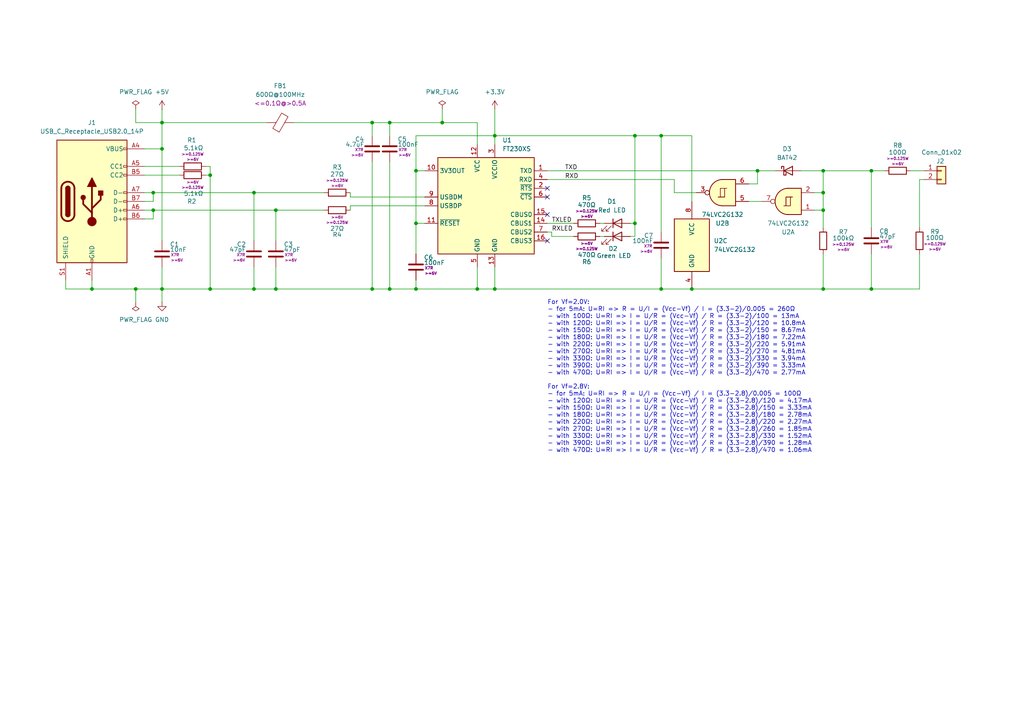
<source format=kicad_sch>
(kicad_sch (version 20231120) (generator "eeschema") (generator_version "8.0")
  (paper "A4")
  (lib_symbols
    (symbol "74LVC2G132_1" (pin_names (offset 1.016))
      (property "Reference" "U" (at 0 1.27 0))
      (property "Value" "74LVC2G132" (at 0 -1.27 0))
      (symbol "74LVC2G132_1_1_0"
        (polyline (pts (xy -0.635 -1.27) (xy -0.635 1.27) (xy 0.635 1.27)))
        (polyline (pts (xy -0.635 -1.27) (xy -0.635 1.27) (xy 0.635 1.27)))
        (polyline (pts (xy -1.27 -1.27) (xy 0.635 -1.27) (xy 0.635 1.27) (xy 1.27 1.27)))
        (polyline (pts (xy -1.27 -1.27) (xy 0.635 -1.27) (xy 0.635 1.27) (xy 1.27 1.27)))
      )
      (symbol "74LVC2G132_1_1_1"
        (arc (start 0 -3.81) (mid 3.7934 0) (end 0 3.81) (stroke (width 0.254)) (fill (type background)))
        (polyline (pts (xy 0 3.81) (xy -3.81 3.81) (xy -3.81 -3.81) (xy 0 -3.81)) (stroke (width 0.254)) (fill (type background)))
        (pin input line (at -7.62 2.54 0) (length 3.81) (name "~") (number "1"))
        (pin input line (at -7.62 -2.54 0) (length 3.81) (name "~") (number "2"))
        (pin output inverted (at 7.62 0 180) (length 3.81) (name "~") (number "7"))
      )
      (symbol "74LVC2G132_1_2_0"
        (polyline (pts (xy -0.635 -1.27) (xy -0.635 1.27) (xy 0.635 1.27)))
        (polyline (pts (xy -0.635 -1.27) (xy -0.635 1.27) (xy 0.635 1.27)))
        (polyline (pts (xy -1.27 -1.27) (xy 0.635 -1.27) (xy 0.635 1.27) (xy 1.27 1.27)))
        (polyline (pts (xy -1.27 -1.27) (xy 0.635 -1.27) (xy 0.635 1.27) (xy 1.27 1.27)))
      )
      (symbol "74LVC2G132_1_2_1"
        (arc (start 0 -3.81) (mid 3.7934 0) (end 0 3.81) (stroke (width 0.254)) (fill (type background)))
        (polyline (pts (xy 0 3.81) (xy -3.81 3.81) (xy -3.81 -3.81) (xy 0 -3.81)) (stroke (width 0.254)) (fill (type background)))
        (pin output inverted (at 7.62 0 180) (length 3.81) (name "~") (number "3"))
        (pin input line (at -7.62 2.54 0) (length 3.81) (name "~") (number "5"))
        (pin input line (at -7.62 -2.54 0) (length 3.81) (name "~") (number "6"))
      )
      (symbol "74LVC2G132_1_3_0"
        (pin power_in line (at 0 -12.7 90) (length 5.08) (name "GND") (number "4"))
        (pin power_in line (at 0 12.7 270) (length 5.08) (name "VCC") (number "8"))
      )
      (symbol "74LVC2G132_1_3_1"
        (rectangle (start -5.08 7.62) (end 5.08 -7.62) (stroke (width 0.254)) (fill (type background)))
      )
    )
    (symbol "74LVC2G132_2" (pin_names (offset 1.016))
      (property "Reference" "U" (at 0 1.27 0))
      (property "Value" "74LVC2G132" (at 0 -1.27 0))
      (symbol "74LVC2G132_2_1_0"
        (polyline (pts (xy -0.635 -1.27) (xy -0.635 1.27) (xy 0.635 1.27)))
        (polyline (pts (xy -0.635 -1.27) (xy -0.635 1.27) (xy 0.635 1.27)))
        (polyline (pts (xy -1.27 -1.27) (xy 0.635 -1.27) (xy 0.635 1.27) (xy 1.27 1.27)))
        (polyline (pts (xy -1.27 -1.27) (xy 0.635 -1.27) (xy 0.635 1.27) (xy 1.27 1.27)))
      )
      (symbol "74LVC2G132_2_1_1"
        (arc (start 0 -3.81) (mid 3.7934 0) (end 0 3.81) (stroke (width 0.254)) (fill (type background)))
        (polyline (pts (xy 0 3.81) (xy -3.81 3.81) (xy -3.81 -3.81) (xy 0 -3.81)) (stroke (width 0.254)) (fill (type background)))
        (pin input line (at -7.62 2.54 0) (length 3.81) (name "~") (number "1"))
        (pin input line (at -7.62 -2.54 0) (length 3.81) (name "~") (number "2"))
        (pin output inverted (at 7.62 0 180) (length 3.81) (name "~") (number "7"))
      )
      (symbol "74LVC2G132_2_2_0"
        (polyline (pts (xy -0.635 -1.27) (xy -0.635 1.27) (xy 0.635 1.27)))
        (polyline (pts (xy -0.635 -1.27) (xy -0.635 1.27) (xy 0.635 1.27)))
        (polyline (pts (xy -1.27 -1.27) (xy 0.635 -1.27) (xy 0.635 1.27) (xy 1.27 1.27)))
        (polyline (pts (xy -1.27 -1.27) (xy 0.635 -1.27) (xy 0.635 1.27) (xy 1.27 1.27)))
      )
      (symbol "74LVC2G132_2_2_1"
        (arc (start 0 -3.81) (mid 3.7934 0) (end 0 3.81) (stroke (width 0.254)) (fill (type background)))
        (polyline (pts (xy 0 3.81) (xy -3.81 3.81) (xy -3.81 -3.81) (xy 0 -3.81)) (stroke (width 0.254)) (fill (type background)))
        (pin output inverted (at 7.62 0 180) (length 3.81) (name "~") (number "3"))
        (pin input line (at -7.62 2.54 0) (length 3.81) (name "~") (number "5"))
        (pin input line (at -7.62 -2.54 0) (length 3.81) (name "~") (number "6"))
      )
      (symbol "74LVC2G132_2_3_0"
        (pin power_in line (at 0 -12.7 90) (length 5.08) (name "GND") (number "4"))
        (pin power_in line (at 0 12.7 270) (length 5.08) (name "VCC") (number "8"))
      )
      (symbol "74LVC2G132_2_3_1"
        (rectangle (start -5.08 7.62) (end 5.08 -7.62) (stroke (width 0.254)) (fill (type background)))
      )
    )
    (symbol "Connector:USB_C_Receptacle_USB2.0_14P" (pin_names (offset 1.016))
      (property "Reference" "J" (at 0 22.225 0))
      (property "Value" "USB_C_Receptacle_USB2.0_14P" (at 0 19.685 0))
      (symbol "USB_C_Receptacle_USB2.0_14P_0_0"
        (rectangle (start -0.254 -17.78) (end 0.254 -16.764))
        (rectangle (start 10.16 -4.826) (end 9.144 -5.334))
        (rectangle (start 10.16 -2.286) (end 9.144 -2.794))
        (rectangle (start 10.16 0.254) (end 9.144 -0.254))
        (rectangle (start 10.16 2.794) (end 9.144 2.286))
        (rectangle (start 10.16 7.874) (end 9.144 7.366))
        (rectangle (start 10.16 10.414) (end 9.144 9.906))
        (rectangle (start 10.16 15.494) (end 9.144 14.986))
      )
      (symbol "USB_C_Receptacle_USB2.0_14P_0_1"
        (rectangle (start -10.16 17.78) (end 10.16 -17.78) (stroke (width 0.254)) (fill (type background)))
        (arc (start -8.89 -3.81) (mid -6.985 -5.7067) (end -5.08 -3.81) (stroke (width 0.508)))
        (arc (start -7.62 -3.81) (mid -6.985 -4.4423) (end -6.35 -3.81) (stroke (width 0.254)))
        (arc (start -7.62 -3.81) (mid -6.985 -4.4423) (end -6.35 -3.81) (stroke (width 0.254)) (fill (type outline)))
        (rectangle (start -7.62 -3.81) (end -6.35 3.81) (stroke (width 0.254)) (fill (type outline)))
        (arc (start -6.35 3.81) (mid -6.985 4.4423) (end -7.62 3.81) (stroke (width 0.254)))
        (arc (start -6.35 3.81) (mid -6.985 4.4423) (end -7.62 3.81) (stroke (width 0.254)) (fill (type outline)))
        (arc (start -5.08 3.81) (mid -6.985 5.7067) (end -8.89 3.81) (stroke (width 0.508)))
        (circle (center -2.54 1.143) (radius 0.635) (stroke (width 0.254)) (fill (type outline)))
        (circle (center 0 -5.842) (radius 1.27) (fill (type outline)))
        (polyline (pts (xy -8.89 -3.81) (xy -8.89 3.81)) (stroke (width 0.508)))
        (polyline (pts (xy -5.08 3.81) (xy -5.08 -3.81)) (stroke (width 0.508)))
        (polyline (pts (xy 0 -5.842) (xy 0 4.318)) (stroke (width 0.508)))
        (polyline (pts (xy 0 -3.302) (xy -2.54 -0.762) (xy -2.54 0.508)) (stroke (width 0.508)))
        (polyline (pts (xy 0 -2.032) (xy 2.54 0.508) (xy 2.54 1.778)) (stroke (width 0.508)))
        (polyline (pts (xy -1.27 4.318) (xy 0 6.858) (xy 1.27 4.318) (xy -1.27 4.318)) (stroke (width 0.254)) (fill (type outline)))
        (rectangle (start 1.905 1.778) (end 3.175 3.048) (stroke (width 0.254)) (fill (type outline)))
      )
      (symbol "USB_C_Receptacle_USB2.0_14P_1_1"
        (pin passive line (at 0 -22.86 90) (length 5.08) (name "GND") (number "A1"))
        (pin passive line (at 0 -22.86 90) (length 5.08) hide (name "GND") (number "A12"))
        (pin passive line (at 15.24 15.24 180) (length 5.08) (name "VBUS") (number "A4"))
        (pin bidirectional line (at 15.24 10.16 180) (length 5.08) (name "CC1") (number "A5"))
        (pin bidirectional line (at 15.24 -2.54 180) (length 5.08) (name "D+") (number "A6"))
        (pin bidirectional line (at 15.24 2.54 180) (length 5.08) (name "D-") (number "A7"))
        (pin passive line (at 15.24 15.24 180) (length 5.08) hide (name "VBUS") (number "A9"))
        (pin passive line (at 0 -22.86 90) (length 5.08) hide (name "GND") (number "B1"))
        (pin passive line (at 0 -22.86 90) (length 5.08) hide (name "GND") (number "B12"))
        (pin passive line (at 15.24 15.24 180) (length 5.08) hide (name "VBUS") (number "B4"))
        (pin bidirectional line (at 15.24 7.62 180) (length 5.08) (name "CC2") (number "B5"))
        (pin bidirectional line (at 15.24 -5.08 180) (length 5.08) (name "D+") (number "B6"))
        (pin bidirectional line (at 15.24 0 180) (length 5.08) (name "D-") (number "B7"))
        (pin passive line (at 15.24 15.24 180) (length 5.08) hide (name "VBUS") (number "B9"))
        (pin passive line (at -7.62 -22.86 90) (length 5.08) (name "SHIELD") (number "S1"))
      )
    )
    (symbol "Connector_Generic:Conn_01x02" (pin_names (offset 1.016) hide)
      (property "Reference" "J" (at 0 2.54 0))
      (property "Value" "Conn_01x02" (at 0 -5.08 0))
      (symbol "Conn_01x02_1_1"
        (rectangle (start -1.27 -2.413) (end 0 -2.667) (stroke (width 0.1524)))
        (rectangle (start -1.27 0.127) (end 0 -0.127) (stroke (width 0.1524)))
        (rectangle (start -1.27 1.27) (end 1.27 -3.81) (stroke (width 0.254)) (fill (type background)))
        (pin passive line (at -5.08 0 0) (length 3.81) (name "Pin_1") (number "1"))
        (pin passive line (at -5.08 -2.54 0) (length 3.81) (name "Pin_2") (number "2"))
      )
    )
    (symbol "Device:C" (pin_numbers hide) (pin_names (offset 0.254))
      (property "Reference" "C" (at 0.635 2.54 0))
      (property "Value" "C" (at 0.635 -2.54 0))
      (symbol "C_0_1"
        (polyline (pts (xy -2.032 -0.762) (xy 2.032 -0.762)) (stroke (width 0.508)))
        (polyline (pts (xy -2.032 0.762) (xy 2.032 0.762)) (stroke (width 0.508)))
      )
      (symbol "C_1_1"
        (pin passive line (at 0 3.81 270) (length 2.794) (name "~") (number "1"))
        (pin passive line (at 0 -3.81 90) (length 2.794) (name "~") (number "2"))
      )
    )
    (symbol "Device:FerriteBead" (pin_numbers hide) (pin_names (offset 0))
      (property "Reference" "FB" (at -3.81 0.635 90))
      (property "Value" "FerriteBead" (at 3.81 0 90))
      (symbol "FerriteBead_0_1"
        (polyline (pts (xy 0 -1.27) (xy 0 -1.2192)))
        (polyline (pts (xy 0 1.27) (xy 0 1.2954)))
        (polyline (pts (xy -2.7686 0.4064) (xy -1.7018 2.2606) (xy 2.7686 -0.3048) (xy 1.6764 -2.159) (xy -2.7686 0.4064)))
      )
      (symbol "FerriteBead_1_1"
        (pin passive line (at 0 3.81 270) (length 2.54) (name "~") (number "1"))
        (pin passive line (at 0 -3.81 90) (length 2.54) (name "~") (number "2"))
      )
    )
    (symbol "Device:LED" (pin_numbers hide) (pin_names (offset 1.016) hide)
      (property "Reference" "D" (at 0 2.54 0))
      (property "Value" "LED" (at 0 -2.54 0))
      (symbol "LED_0_1"
        (polyline (pts (xy -1.27 -1.27) (xy -1.27 1.27)) (stroke (width 0.254)))
        (polyline (pts (xy -1.27 0) (xy 1.27 0)))
        (polyline (pts (xy 1.27 -1.27) (xy 1.27 1.27) (xy -1.27 0) (xy 1.27 -1.27)) (stroke (width 0.254)))
        (polyline (pts (xy -3.048 -0.762) (xy -4.572 -2.286) (xy -3.81 -2.286) (xy -4.572 -2.286) (xy -4.572 -1.524)))
        (polyline (pts (xy -1.778 -0.762) (xy -3.302 -2.286) (xy -2.54 -2.286) (xy -3.302 -2.286) (xy -3.302 -1.524)))
      )
      (symbol "LED_1_1"
        (pin passive line (at -3.81 0 0) (length 2.54) (name "K") (number "1"))
        (pin passive line (at 3.81 0 180) (length 2.54) (name "A") (number "2"))
      )
    )
    (symbol "Device:R" (pin_numbers hide) (pin_names (offset 0))
      (property "Reference" "R" (at 2.032 0 90))
      (property "Value" "R" (at 0 0 90))
      (symbol "R_0_1"
        (rectangle (start -1.016 -2.54) (end 1.016 2.54) (stroke (width 0.254)))
      )
      (symbol "R_1_1"
        (pin passive line (at 0 3.81 270) (length 1.27) (name "~") (number "1"))
        (pin passive line (at 0 -3.81 90) (length 1.27) (name "~") (number "2"))
      )
    )
    (symbol "Diode:BAT42" (pin_numbers hide) (pin_names (offset 1.016) hide)
      (property "Reference" "D" (at 0 2.54 0))
      (property "Value" "BAT42" (at 0 -2.54 0))
      (symbol "BAT42_0_1"
        (polyline (pts (xy 1.27 0) (xy -1.27 0)))
        (polyline (pts (xy 1.27 1.27) (xy 1.27 -1.27) (xy -1.27 0) (xy 1.27 1.27)) (stroke (width 0.254)))
        (polyline (pts (xy -1.905 0.635) (xy -1.905 1.27) (xy -1.27 1.27) (xy -1.27 -1.27) (xy -0.635 -1.27) (xy -0.635 -0.635)) (stroke (width 0.254)))
      )
      (symbol "BAT42_1_1"
        (pin passive line (at -3.81 0 0) (length 2.54) (name "K") (number "1"))
        (pin passive line (at 3.81 0 180) (length 2.54) (name "A") (number "2"))
      )
    )
    (symbol "Interface_USB:FT230XS"
      (property "Reference" "U" (at -13.97 15.24 0))
      (property "Value" "FT230XS" (at 7.62 15.24 0))
      (symbol "FT230XS_0_1"
        (rectangle (start -13.97 13.97) (end 13.97 -13.97) (stroke (width 0.254)) (fill (type background)))
      )
      (symbol "FT230XS_1_1"
        (pin output line (at 17.78 10.16 180) (length 3.81) (name "TXD") (number "1"))
        (pin power_out line (at -17.78 10.16 0) (length 3.81) (name "3V3OUT") (number "10"))
        (pin input line (at -17.78 -5.08 0) (length 3.81) (name "~{RESET}") (number "11"))
        (pin power_in line (at -2.54 17.78 270) (length 3.81) (name "VCC") (number "12"))
        (pin power_in line (at 2.54 -17.78 90) (length 3.81) (name "GND") (number "13"))
        (pin bidirectional line (at 17.78 -5.08 180) (length 3.81) (name "CBUS1") (number "14"))
        (pin bidirectional line (at 17.78 -2.54 180) (length 3.81) (name "CBUS0") (number "15"))
        (pin bidirectional line (at 17.78 -10.16 180) (length 3.81) (name "CBUS3") (number "16"))
        (pin output line (at 17.78 5.08 180) (length 3.81) (name "~{RTS}") (number "2"))
        (pin power_in line (at 2.54 17.78 270) (length 3.81) (name "VCCIO") (number "3"))
        (pin input line (at 17.78 7.62 180) (length 3.81) (name "RXD") (number "4"))
        (pin power_in line (at -2.54 -17.78 90) (length 3.81) (name "GND") (number "5"))
        (pin input line (at 17.78 2.54 180) (length 3.81) (name "~{CTS}") (number "6"))
        (pin bidirectional line (at 17.78 -7.62 180) (length 3.81) (name "CBUS2") (number "7"))
        (pin bidirectional line (at -17.78 0 0) (length 3.81) (name "USBDP") (number "8"))
        (pin bidirectional line (at -17.78 2.54 0) (length 3.81) (name "USBDM") (number "9"))
      )
    )
    (symbol "myLibrary:74LVC2G132" (pin_names (offset 1.016))
      (property "Reference" "U" (at 0 1.27 0))
      (property "Value" "74LVC2G132" (at 0 -1.27 0))
      (symbol "74LVC2G132_1_0"
        (polyline (pts (xy -0.635 -1.27) (xy -0.635 1.27) (xy 0.635 1.27)))
        (polyline (pts (xy -0.635 -1.27) (xy -0.635 1.27) (xy 0.635 1.27)))
        (polyline (pts (xy -1.27 -1.27) (xy 0.635 -1.27) (xy 0.635 1.27) (xy 1.27 1.27)))
        (polyline (pts (xy -1.27 -1.27) (xy 0.635 -1.27) (xy 0.635 1.27) (xy 1.27 1.27)))
      )
      (symbol "74LVC2G132_1_1"
        (arc (start 0 -3.81) (mid 3.7934 0) (end 0 3.81) (stroke (width 0.254)) (fill (type background)))
        (polyline (pts (xy 0 3.81) (xy -3.81 3.81) (xy -3.81 -3.81) (xy 0 -3.81)) (stroke (width 0.254)) (fill (type background)))
        (pin input line (at -7.62 2.54 0) (length 3.81) (name "~") (number "1"))
        (pin input line (at -7.62 -2.54 0) (length 3.81) (name "~") (number "2"))
        (pin output inverted (at 7.62 0 180) (length 3.81) (name "~") (number "7"))
      )
      (symbol "74LVC2G132_2_0"
        (polyline (pts (xy -0.635 -1.27) (xy -0.635 1.27) (xy 0.635 1.27)))
        (polyline (pts (xy -0.635 -1.27) (xy -0.635 1.27) (xy 0.635 1.27)))
        (polyline (pts (xy -1.27 -1.27) (xy 0.635 -1.27) (xy 0.635 1.27) (xy 1.27 1.27)))
        (polyline (pts (xy -1.27 -1.27) (xy 0.635 -1.27) (xy 0.635 1.27) (xy 1.27 1.27)))
      )
      (symbol "74LVC2G132_2_1"
        (arc (start 0 -3.81) (mid 3.7934 0) (end 0 3.81) (stroke (width 0.254)) (fill (type background)))
        (polyline (pts (xy 0 3.81) (xy -3.81 3.81) (xy -3.81 -3.81) (xy 0 -3.81)) (stroke (width 0.254)) (fill (type background)))
        (pin output inverted (at 7.62 0 180) (length 3.81) (name "~") (number "3"))
        (pin input line (at -7.62 2.54 0) (length 3.81) (name "~") (number "5"))
        (pin input line (at -7.62 -2.54 0) (length 3.81) (name "~") (number "6"))
      )
      (symbol "74LVC2G132_3_0"
        (pin power_in line (at 0 -12.7 90) (length 5.08) (name "GND") (number "4"))
        (pin power_in line (at 0 12.7 270) (length 5.08) (name "VCC") (number "8"))
      )
      (symbol "74LVC2G132_3_1"
        (rectangle (start -5.08 7.62) (end 5.08 -7.62) (stroke (width 0.254)) (fill (type background)))
      )
    )
    (symbol "power:+3.3V" (power) (pin_numbers hide) (pin_names (offset 0) hide)
      (property "Value" "+3.3V" (at 0 3.556 0))
      (symbol "+3.3V_0_1"
        (polyline (pts (xy -0.762 1.27) (xy 0 2.54)))
        (polyline (pts (xy 0 0) (xy 0 2.54)))
        (polyline (pts (xy 0 2.54) (xy 0.762 1.27)))
      )
      (symbol "+3.3V_1_1"
        (pin power_in line (at 0 0 90) (length 0) (name "~") (number "1"))
      )
    )
    (symbol "power:+5V" (power) (pin_numbers hide) (pin_names (offset 0) hide)
      (property "Value" "+5V" (at 0 3.556 0))
      (symbol "+5V_0_1"
        (polyline (pts (xy -0.762 1.27) (xy 0 2.54)))
        (polyline (pts (xy 0 0) (xy 0 2.54)))
        (polyline (pts (xy 0 2.54) (xy 0.762 1.27)))
      )
      (symbol "+5V_1_1"
        (pin power_in line (at 0 0 90) (length 0) (name "~") (number "1"))
      )
    )
    (symbol "power:GND" (power) (pin_numbers hide) (pin_names (offset 0) hide)
      (property "Value" "GND" (at 0 -3.81 0))
      (symbol "GND_0_1"
        (polyline (pts (xy 0 0) (xy 0 -1.27) (xy 1.27 -1.27) (xy 0 -2.54) (xy -1.27 -1.27) (xy 0 -1.27)))
      )
      (symbol "GND_1_1"
        (pin power_in line (at 0 0 270) (length 0) (name "~") (number "1"))
      )
    )
    (symbol "power:PWR_FLAG" (power) (pin_numbers hide) (pin_names (offset 0) hide)
      (property "Value" "PWR_FLAG" (at 0 3.81 0))
      (symbol "PWR_FLAG_0_0"
        (pin power_out line (at 0 0 90) (length 0) (name "~") (number "1"))
      )
      (symbol "PWR_FLAG_0_1"
        (polyline (pts (xy 0 0) (xy 0 1.27) (xy -1.016 1.905) (xy 0 2.54) (xy 1.016 1.905) (xy 0 1.27)))
      )
    )
  )
  (junction (at 191.77 39.37))
  (junction (at 113.03 35.56))
  (junction (at 80.01 60.96))
  (junction (at 80.01 83.82))
  (junction (at 46.99 43.18))
  (junction (at 26.67 83.82))
  (junction (at 184.15 39.37))
  (junction (at 238.76 55.88))
  (junction (at 46.99 35.56))
  (junction (at 252.73 83.82))
  (junction (at 107.95 83.82))
  (junction (at 252.73 49.53))
  (junction (at 73.66 55.88))
  (junction (at 143.51 39.37))
  (junction (at 128.27 35.56))
  (junction (at 44.45 60.96))
  (junction (at 200.66 83.82))
  (junction (at 191.77 83.82))
  (junction (at 138.43 83.82))
  (junction (at 184.15 64.77))
  (junction (at 120.65 83.82))
  (junction (at 143.51 83.82))
  (junction (at 120.65 49.53))
  (junction (at 113.03 83.82))
  (junction (at 60.96 83.82))
  (junction (at 238.76 83.82))
  (junction (at 39.37 83.82))
  (junction (at 107.95 35.56))
  (junction (at 238.76 49.53))
  (junction (at 46.99 83.82))
  (junction (at 44.45 55.88))
  (junction (at 238.76 60.96))
  (junction (at 219.71 49.53))
  (junction (at 120.65 64.77))
  (junction (at 60.96 50.8))
  (junction (at 73.66 83.82))
  (no_connect (at 158.75 62.23))
  (no_connect (at 158.75 54.61))
  (no_connect (at 158.75 69.85))
  (no_connect (at 158.75 57.15))
  (wire (pts (xy 60.96 48.26) (xy 60.96 50.8)))
  (wire (pts (xy 73.66 55.88) (xy 93.98 55.88)))
  (wire (pts (xy 143.51 39.37) (xy 184.15 39.37)))
  (wire (pts (xy 252.73 66.04) (xy 252.73 49.53)))
  (wire (pts (xy 191.77 83.82) (xy 200.66 83.82)))
  (wire (pts (xy 39.37 35.56) (xy 46.99 35.56)))
  (wire (pts (xy 138.43 35.56) (xy 138.43 41.91)))
  (wire (pts (xy 266.7 52.07) (xy 266.7 66.04)))
  (wire (pts (xy 123.19 59.69) (xy 101.6 59.69)))
  (wire (pts (xy 238.76 60.96) (xy 238.76 66.04)))
  (wire (pts (xy 160.02 68.58) (xy 166.37 68.58)))
  (wire (pts (xy 46.99 83.82) (xy 60.96 83.82)))
  (wire (pts (xy 44.45 55.88) (xy 73.66 55.88)))
  (wire (pts (xy 113.03 35.56) (xy 113.03 39.37)))
  (wire (pts (xy 44.45 60.96) (xy 80.01 60.96)))
  (wire (pts (xy 59.69 50.8) (xy 60.96 50.8)))
  (wire (pts (xy 160.02 68.58) (xy 160.02 67.31)))
  (wire (pts (xy 184.15 39.37) (xy 184.15 64.77)))
  (wire (pts (xy 173.99 64.77) (xy 175.26 64.77)))
  (wire (pts (xy 200.66 39.37) (xy 191.77 39.37)))
  (wire (pts (xy 46.99 35.56) (xy 77.47 35.56)))
  (wire (pts (xy 195.58 55.88) (xy 195.58 52.07)))
  (wire (pts (xy 80.01 77.47) (xy 80.01 83.82)))
  (wire (pts (xy 46.99 83.82) (xy 46.99 87.63)))
  (wire (pts (xy 128.27 35.56) (xy 138.43 35.56)))
  (wire (pts (xy 120.65 49.53) (xy 120.65 39.37)))
  (wire (pts (xy 158.75 64.77) (xy 166.37 64.77)))
  (wire (pts (xy 238.76 83.82) (xy 252.73 83.82)))
  (wire (pts (xy 101.6 57.15) (xy 123.19 57.15)))
  (wire (pts (xy 217.17 58.42) (xy 220.98 58.42)))
  (wire (pts (xy 80.01 60.96) (xy 80.01 69.85)))
  (wire (pts (xy 195.58 52.07) (xy 158.75 52.07)))
  (wire (pts (xy 39.37 83.82) (xy 46.99 83.82)))
  (wire (pts (xy 238.76 73.66) (xy 238.76 83.82)))
  (wire (pts (xy 73.66 77.47) (xy 73.66 83.82)))
  (wire (pts (xy 101.6 59.69) (xy 101.6 60.96)))
  (wire (pts (xy 264.16 49.53) (xy 267.97 49.53)))
  (wire (pts (xy 44.45 55.88) (xy 44.45 58.42)))
  (wire (pts (xy 184.15 64.77) (xy 184.15 68.58)))
  (wire (pts (xy 39.37 83.82) (xy 39.37 87.63)))
  (wire (pts (xy 19.05 83.82) (xy 26.67 83.82)))
  (wire (pts (xy 184.15 68.58) (xy 182.88 68.58)))
  (wire (pts (xy 120.65 83.82) (xy 138.43 83.82)))
  (wire (pts (xy 200.66 83.82) (xy 238.76 83.82)))
  (wire (pts (xy 41.91 60.96) (xy 44.45 60.96)))
  (wire (pts (xy 266.7 83.82) (xy 252.73 83.82)))
  (wire (pts (xy 143.51 77.47) (xy 143.51 83.82)))
  (wire (pts (xy 113.03 35.56) (xy 128.27 35.56)))
  (wire (pts (xy 143.51 83.82) (xy 138.43 83.82)))
  (wire (pts (xy 46.99 35.56) (xy 46.99 43.18)))
  (wire (pts (xy 173.99 68.58) (xy 175.26 68.58)))
  (wire (pts (xy 252.73 73.66) (xy 252.73 83.82)))
  (wire (pts (xy 60.96 50.8) (xy 60.96 83.82)))
  (wire (pts (xy 191.77 74.93) (xy 191.77 83.82)))
  (wire (pts (xy 120.65 39.37) (xy 143.51 39.37)))
  (wire (pts (xy 238.76 55.88) (xy 238.76 60.96)))
  (wire (pts (xy 195.58 55.88) (xy 201.93 55.88)))
  (wire (pts (xy 267.97 52.07) (xy 266.7 52.07)))
  (wire (pts (xy 80.01 60.96) (xy 93.98 60.96)))
  (wire (pts (xy 219.71 53.34) (xy 217.17 53.34)))
  (wire (pts (xy 107.95 35.56) (xy 107.95 39.37)))
  (wire (pts (xy 80.01 83.82) (xy 107.95 83.82)))
  (wire (pts (xy 219.71 49.53) (xy 224.79 49.53)))
  (wire (pts (xy 85.09 35.56) (xy 107.95 35.56)))
  (wire (pts (xy 41.91 43.18) (xy 46.99 43.18)))
  (wire (pts (xy 236.22 60.96) (xy 238.76 60.96)))
  (wire (pts (xy 266.7 73.66) (xy 266.7 83.82)))
  (wire (pts (xy 46.99 31.75) (xy 46.99 35.56)))
  (wire (pts (xy 128.27 31.75) (xy 128.27 35.56)))
  (wire (pts (xy 107.95 35.56) (xy 113.03 35.56)))
  (wire (pts (xy 41.91 63.5) (xy 44.45 63.5)))
  (wire (pts (xy 120.65 81.28) (xy 120.65 83.82)))
  (wire (pts (xy 26.67 81.28) (xy 26.67 83.82)))
  (wire (pts (xy 184.15 64.77) (xy 182.88 64.77)))
  (wire (pts (xy 41.91 48.26) (xy 52.07 48.26)))
  (wire (pts (xy 158.75 49.53) (xy 219.71 49.53)))
  (wire (pts (xy 60.96 83.82) (xy 73.66 83.82)))
  (wire (pts (xy 238.76 49.53) (xy 252.73 49.53)))
  (wire (pts (xy 113.03 46.99) (xy 113.03 83.82)))
  (wire (pts (xy 238.76 49.53) (xy 238.76 55.88)))
  (wire (pts (xy 19.05 81.28) (xy 19.05 83.82)))
  (wire (pts (xy 73.66 55.88) (xy 73.66 69.85)))
  (wire (pts (xy 120.65 49.53) (xy 120.65 64.77)))
  (wire (pts (xy 143.51 31.75) (xy 143.51 39.37)))
  (wire (pts (xy 191.77 39.37) (xy 184.15 39.37)))
  (wire (pts (xy 200.66 58.42) (xy 200.66 39.37)))
  (wire (pts (xy 41.91 58.42) (xy 44.45 58.42)))
  (wire (pts (xy 236.22 55.88) (xy 238.76 55.88)))
  (wire (pts (xy 46.99 43.18) (xy 46.99 69.85)))
  (wire (pts (xy 123.19 64.77) (xy 120.65 64.77)))
  (wire (pts (xy 252.73 49.53) (xy 256.54 49.53)))
  (wire (pts (xy 113.03 83.82) (xy 120.65 83.82)))
  (wire (pts (xy 120.65 64.77) (xy 120.65 73.66)))
  (wire (pts (xy 41.91 55.88) (xy 44.45 55.88)))
  (wire (pts (xy 107.95 46.99) (xy 107.95 83.82)))
  (wire (pts (xy 160.02 67.31) (xy 158.75 67.31)))
  (wire (pts (xy 39.37 31.75) (xy 39.37 35.56)))
  (wire (pts (xy 107.95 83.82) (xy 113.03 83.82)))
  (wire (pts (xy 59.69 48.26) (xy 60.96 48.26)))
  (wire (pts (xy 232.41 49.53) (xy 238.76 49.53)))
  (wire (pts (xy 44.45 60.96) (xy 44.45 63.5)))
  (wire (pts (xy 101.6 55.88) (xy 101.6 57.15)))
  (wire (pts (xy 123.19 49.53) (xy 120.65 49.53)))
  (wire (pts (xy 46.99 77.47) (xy 46.99 83.82)))
  (wire (pts (xy 26.67 83.82) (xy 39.37 83.82)))
  (wire (pts (xy 219.71 49.53) (xy 219.71 53.34)))
  (wire (pts (xy 138.43 83.82) (xy 138.43 77.47)))
  (wire (pts (xy 41.91 50.8) (xy 52.07 50.8)))
  (wire (pts (xy 191.77 39.37) (xy 191.77 67.31)))
  (wire (pts (xy 143.51 83.82) (xy 191.77 83.82)))
  (wire (pts (xy 73.66 83.82) (xy 80.01 83.82)))
  (wire (pts (xy 143.51 39.37) (xy 143.51 41.91)))
  (text "For Vf=2.0V:\n- for 5mA: U=RI => R = U/I = (Vcc-Vf) / I = (3.3-2)/0.005 = 260Ω\n- with 100Ω: U=RI => I = U/R = (Vcc-Vf) / R = (3.3-2)/100 = 13mA\n- with 120Ω: U=RI => I = U/R = (Vcc-Vf) / R = (3.3-2)/120 = 10.8mA\n- with 150Ω: U=RI => I = U/R = (Vcc-Vf) / R = (3.3-2)/150 = 8.67mA\n- with 180Ω: U=RI => I = U/R = (Vcc-Vf) / R = (3.3-2)/180 = 7.22mA\n- with 220Ω: U=RI => I = U/R = (Vcc-Vf) / R = (3.3-2)/220 = 5.91mA\n- with 270Ω: U=RI => I = U/R = (Vcc-Vf) / R = (3.3-2)/270 = 4.81mA\n- with 330Ω: U=RI => I = U/R = (Vcc-Vf) / R = (3.3-2)/330 = 3.94mA\n- with 390Ω: U=RI => I = U/R = (Vcc-Vf) / R = (3.3-2)/390 = 3.33mA\n- with 470Ω: U=RI => I = U/R = (Vcc-Vf) / R = (3.3-2)/470 = 2.77mA\n\nFor Vf=2.8V:\n- for 5mA: U=RI => R = U/I = (Vcc-Vf) / I = (3.3-2.8)/0.005 = 100Ω\n- with 120Ω: U=RI => I = U/R = (Vcc-Vf) / R = (3.3-2.8)/120 = 4.17mA\n- with 150Ω: U=RI => I = U/R = (Vcc-Vf) / R = (3.3-2.8)/150 = 3.33mA\n- with 180Ω: U=RI => I = U/R = (Vcc-Vf) / R = (3.3-2.8)/180 = 2.78mA\n- with 220Ω: U=RI => I = U/R = (Vcc-Vf) / R = (3.3-2.8)/220 = 2.27mA\n- with 270Ω: U=RI => I = U/R = (Vcc-Vf) / R = (3.3-2.8)/260 = 1.85mA\n- with 330Ω: U=RI => I = U/R = (Vcc-Vf) / R = (3.3-2.8)/330 = 1.52mA\n- with 390Ω: U=RI => I = U/R = (Vcc-Vf) / R = (3.3-2.8)/390 = 1.28mA\n- with 470Ω: U=RI => I = U/R = (Vcc-Vf) / R = (3.3-2.8)/470 = 1.06mA\n" (at 158.75 109.22 0) (effects (font (size 1.27 1.27)) (justify left)))
  (label "TXD" (at 163.83 49.53 0))
  (label "RXLED" (at 160.02 67.31 0))
  (label "RXD" (at 163.83 52.07 0))
  (label "TXLED" (at 160.02 64.77 0))
  (symbol (lib_name "74LVC2G132_1") (lib_id "myLibrary:74LVC2G132") (at 209.55 55.88 180) (unit 2)
    (property "Reference" "U2" (at 209.5583 64.77 0))
    (property "Value" "74LVC2G132" (at 209.5583 62.23 0))
    (property "Footprint" "myLibrary:SSOP-8_3x3mm_P0.65mm" (effects (hide yes)))
    (property "Datasheet" "https://www.ti.com/lit/ds/symlink/sn74lvc2g132.pdf" (effects (hide yes)))
    (property "Description" "Quad 2-input NAND Schmitt trigger" (effects (hide yes)))
    (property "Package" "SSOP-8" (effects (hide yes)))
    (property "LCSC-Manufacturer" "Texas Instruments" (effects (hide yes)))
    (property "LCSC-MPN" "SN74LVC2G132DCTR" (effects (hide yes)))
    (property "LCSC" "C2870897" (effects (hide yes)))
  )
  (symbol (lib_id "myLibrary:74LVC2G132") (at 200.66 71.12 0) (unit 3)
    (property "Reference" "U2" (at 207.01 69.8499 0) (effects (justify left)))
    (property "Value" "74LVC2G132" (at 207.01 72.3899 0) (effects (justify left)))
    (property "Footprint" "myLibrary:SSOP-8_3x3mm_P0.65mm" (effects (hide yes)))
    (property "Datasheet" "https://www.ti.com/lit/ds/symlink/sn74lvc2g132.pdf" (effects (hide yes)))
    (property "Description" "Quad 2-input NAND Schmitt trigger" (effects (hide yes)))
    (property "Package" "SSOP-8" (effects (hide yes)))
    (property "LCSC" "C2870897" (effects (hide yes)))
    (property "LCSC-Manufacturer" "Texas Instruments" (effects (hide yes)))
    (property "LCSC-MPN" "SN74LVC2G132DCTR" (effects (hide yes)))
  )
  (symbol (lib_id "power:PWR_FLAG") (at 39.37 31.75 0) (unit 1)
    (property "Reference" "#FLG01" (effects (hide yes)))
    (property "Value" "PWR_FLAG" (at 39.37 26.67 0))
    (property "Description" "Special symbol for telling ERC where power comes from" (effects (hide yes)))
  )
  (symbol (lib_id "Device:R") (at 238.76 69.85 0) (mirror x) (unit 1)
    (property "Reference" "R7" (at 244.602 67.31 0))
    (property "Value" "100kΩ" (at 244.602 69.088 0))
    (property "Footprint" "Resistor_SMD:R_0805_2012Metric" (effects (hide yes)))
    (property "Description" "Must be significantly larger than 10k" (effects (hide yes)))
    (property "Power" ">=0.125W" (at 244.602 70.866 0) (effects (font (size 0.8 0.8))))
    (property "Voltage" ">=6V" (at 244.602 72.39 0) (effects (font (size 0.8 0.8))))
    (property "Tolerance" "<=1%" (effects (hide yes)))
    (property "Package" "0805" (effects (hide yes)))
    (property "Hint-Manufacturer" "KOA, Vishay, PANASONIC" (effects (hide yes)))
  )
  (symbol (lib_id "Device:LED") (at 179.07 68.58 0) (unit 1)
    (property "Reference" "D2" (at 177.8 72.136 0))
    (property "Value" "Green LED" (at 178.054 74.168 0))
    (property "Footprint" "LED_SMD:LED_0805_2012Metric" (effects (hide yes)))
    (property "Datasheet" "https://jlcpcb.com/api/file/downloadByFileSystemAccessId/8550724011370958848" (effects (hide yes)))
    (property "Description" "Green LED Indication nominalForwardCurrent=25mA fowardVoltage=2V@5mA" (effects (hide yes)))
    (property "Package" "0805" (effects (hide yes)))
    (property "LCSC-Manufacturer" "Hubei KENTO Elec" (effects (hide yes)))
    (property "LCSC-MPN" "KT-0805G" (effects (hide yes)))
    (property "LCSC" "C2297" (effects (hide yes)))
  )
  (symbol (lib_id "Device:C") (at 46.99 73.66 180) (unit 1)
    (property "Reference" "C1" (at 49.276 70.866 0) (effects (justify right)))
    (property "Value" "10nF" (at 49.276 72.39 0) (effects (justify right)))
    (property "Footprint" "Capacitor_SMD:C_0805_2012Metric" (effects (hide yes)))
    (property "Temperature" "X7R" (at 49.53 73.914 0) (effects (font (size 0.8 0.8)) (justify right)))
    (property "Voltage" ">=6V" (at 49.53 75.438 0) (effects (font (size 0.8 0.8)) (justify right)))
    (property "Tolerance" "<=10%" (effects (hide yes)))
    (property "Package" "0805" (effects (hide yes)))
    (property "Hint-Manufacturer" "Kyocera, Samsung" (effects (hide yes)))
    (property "LCSC-Manufacturer" "Samsung" (effects (hide yes)))
    (property "LCSC-MPN" "CL21B103KBANNNC" (effects (hide yes)))
    (property "LCSC" "C1710" (effects (hide yes)))
  )
  (symbol (lib_id "Device:R") (at 55.88 48.26 270) (unit 1)
    (property "Reference" "R1" (at 55.626 40.64 90))
    (property "Value" "5.1kΩ" (at 56.134 42.926 90))
    (property "Footprint" "Resistor_SMD:R_0805_2012Metric" (effects (hide yes)))
    (property "Power" ">=0.125W" (at 55.88 44.704 90) (effects (font (size 0.8 0.8))))
    (property "Voltage" ">=6V" (at 55.88 46.228 90) (effects (font (size 0.8 0.8))))
    (property "Tolerance" "<=1%" (effects (hide yes)))
    (property "Package" "0805" (effects (hide yes)))
    (property "Hint-Manufacturer" "KOA, Vishay, PANASONIC" (effects (hide yes)))
    (property "LCSC-Manufacturer" "UNI-ROYAL(Uniroyal Elec)" (effects (hide yes)))
    (property "LCSC-MPN" "0805W8F5101T5E" (effects (hide yes)))
    (property "LCSC" "C27834" (effects (hide yes)))
  )
  (symbol (lib_id "Device:R") (at 55.88 50.8 270) (mirror x) (unit 1)
    (property "Reference" "R2" (at 55.626 58.42 90))
    (property "Value" "5.1kΩ" (at 56.134 56.134 90))
    (property "Footprint" "Resistor_SMD:R_0805_2012Metric" (effects (hide yes)))
    (property "Power" ">=0.125W" (at 55.88 54.356 90) (effects (font (size 0.8 0.8))))
    (property "Voltage" ">=6V" (at 55.88 52.832 90) (effects (font (size 0.8 0.8))))
    (property "Tolerance" "<=1%" (effects (hide yes)))
    (property "Package" "0805" (effects (hide yes)))
    (property "Hint-Manufacturer" "KOA, Vishay, PANASONIC" (effects (hide yes)))
    (property "LCSC-Manufacturer" "UNI-ROYAL(Uniroyal Elec)" (effects (hide yes)))
    (property "LCSC-MPN" "0805W8F5101T5E" (effects (hide yes)))
    (property "LCSC" "C27834" (effects (hide yes)))
  )
  (symbol (lib_id "Device:R") (at 260.35 49.53 90) (unit 1)
    (property "Reference" "R8" (at 260.35 42.164 90))
    (property "Value" "100Ω" (at 260.35 44.196 90))
    (property "Footprint" "Resistor_SMD:R_0805_2012Metric" (effects (hide yes)))
    (property "Power" ">=0.125W" (at 260.35 45.974 90) (effects (font (size 0.8 0.8))))
    (property "Voltage" ">=6V" (at 260.35 47.498 90) (effects (font (size 0.8 0.8))))
    (property "Tolerance" "<=1%" (effects (hide yes)))
    (property "Package" "0805" (effects (hide yes)))
    (property "Hint-Manufacturer" "KOA, Vishay, PANASONIC" (effects (hide yes)))
    (property "LCSC-Manufacturer" "UNI-ROYAL(Uniroyal Elec)" (effects (hide yes)))
    (property "LCSC-MPN" "0805W8F1000T5E" (effects (hide yes)))
    (property "LCSC" "C17408" (effects (hide yes)))
  )
  (symbol (lib_id "Device:C") (at 120.65 77.47 180) (unit 1)
    (property "Reference" "C6" (at 122.936 74.676 0) (effects (justify right)))
    (property "Value" "100nF" (at 122.936 76.2 0) (effects (justify right)))
    (property "Footprint" "Capacitor_SMD:C_0805_2012Metric" (effects (hide yes)))
    (property "Temperature" "X7R" (at 123.19 77.724 0) (effects (font (size 0.8 0.8)) (justify right)))
    (property "Voltage" ">=6V" (at 123.19 79.248 0) (effects (font (size 0.8 0.8)) (justify right)))
    (property "Tolerance" "<=10%" (effects (hide yes)))
    (property "Package" "0805" (effects (hide yes)))
    (property "Hint-Manufacturer" "Kyocera, Samsung" (effects (hide yes)))
    (property "LCSC-Manufacturer" "Samsung" (effects (hide yes)))
    (property "LCSC-MPN" "CL21B104KCFNNNE" (effects (hide yes)))
    (property "LCSC" "C28233" (effects (hide yes)))
  )
  (symbol (lib_id "Device:C") (at 73.66 73.66 0) (mirror x) (unit 1)
    (property "Reference" "C2" (at 71.374 70.866 0) (effects (justify right)))
    (property "Value" "47pF" (at 71.374 72.39 0) (effects (justify right)))
    (property "Footprint" "Capacitor_SMD:C_0805_2012Metric" (effects (hide yes)))
    (property "Temperature" "X7R" (at 71.12 73.914 0) (effects (font (size 0.8 0.8)) (justify right)))
    (property "Voltage" ">=6V" (at 71.12 75.438 0) (effects (font (size 0.8 0.8)) (justify right)))
    (property "Tolerance" "<=10%" (effects (hide yes)))
    (property "Hint-Manufacturer" "Kyocera, Samsung" (effects (hide yes)))
    (property "Package" "0805" (effects (hide yes)))
    (property "LCSC-Manufacturer" "Samsung" (effects (hide yes)))
    (property "LCSC-MPN" "CL21C470JBANNNC" (effects (hide yes)))
    (property "LCSC" "C14857" (effects (hide yes)))
  )
  (symbol (lib_id "Device:R") (at 97.79 55.88 90) (unit 1)
    (property "Reference" "R3" (at 97.79 48.514 90))
    (property "Value" "27Ω" (at 97.79 50.546 90))
    (property "Footprint" "Resistor_SMD:R_0805_2012Metric" (effects (hide yes)))
    (property "Power" ">=0.125W" (at 97.79 52.324 90) (effects (font (size 0.8 0.8))))
    (property "Voltage" ">=6V" (at 97.79 53.848 90) (effects (font (size 0.8 0.8))))
    (property "Tolerance" "<=1%" (effects (hide yes)))
    (property "Package" "0805" (effects (hide yes)))
    (property "Hint-Manufacturer" "KOA, Vishay, PANASONIC" (effects (hide yes)))
    (property "LCSC-Manufacturer" "UNI-ROYAL(Uniroyal Elec)" (effects (hide yes)))
    (property "LCSC-MPN" "0805W8F270JT5E" (effects (hide yes)))
    (property "LCSC" "C17594" (effects (hide yes)))
  )
  (symbol (lib_id "Device:C") (at 113.03 43.18 180) (unit 1)
    (property "Reference" "C5" (at 115.316 40.386 0) (effects (justify right)))
    (property "Value" "100nF" (at 115.316 41.91 0) (effects (justify right)))
    (property "Footprint" "Capacitor_SMD:C_0805_2012Metric" (effects (hide yes)))
    (property "Temperature" "X7R" (at 115.57 43.434 0) (effects (font (size 0.8 0.8)) (justify right)))
    (property "Voltage" ">=6V" (at 115.57 44.958 0) (effects (font (size 0.8 0.8)) (justify right)))
    (property "Tolerance" "<=10%" (effects (hide yes)))
    (property "Package" "0805" (effects (hide yes)))
    (property "Hint-Manufacturer" "Kyocera, Samsung" (effects (hide yes)))
    (property "LCSC-Manufacturer" "Samsung" (effects (hide yes)))
    (property "LCSC-MPN" "CL21B104KCFNNNE" (effects (hide yes)))
    (property "LCSC" "C28233" (effects (hide yes)))
  )
  (symbol (lib_id "Device:C") (at 252.73 69.85 180) (unit 1)
    (property "Reference" "C8" (at 255.016 67.056 0) (effects (justify right)))
    (property "Value" "47pF" (at 255.016 68.58 0) (effects (justify right)))
    (property "Footprint" "Capacitor_SMD:C_0805_2012Metric" (effects (hide yes)))
    (property "Description" "other value: 15pF, 100pF" (effects (hide yes)))
    (property "Temperature" "X7R" (at 255.27 70.104 0) (effects (font (size 0.8 0.8)) (justify right)))
    (property "Voltage" ">=6V" (at 255.27 71.628 0) (effects (font (size 0.8 0.8)) (justify right)))
    (property "Tolerance" "<=10%" (effects (hide yes)))
    (property "Package" "0805" (effects (hide yes)))
    (property "Hint-Manufacturer" "Kyocera, Samsung" (effects (hide yes)))
    (property "LCSC-Manufacturer" "Samsung" (effects (hide yes)))
    (property "LCSC-MPN" "CL21C470JBANNNC" (effects (hide yes)))
    (property "LCSC" "C14857" (effects (hide yes)))
  )
  (symbol (lib_id "power:+5V") (at 46.99 31.75 0) (unit 1)
    (property "Reference" "#PWR01" (effects (hide yes)))
    (property "Value" "+5V" (at 46.99 26.67 0))
    (property "Description" "Power symbol creates a global label with name \"+5V\"" (effects (hide yes)))
  )
  (symbol (lib_id "power:PWR_FLAG") (at 39.37 87.63 0) (mirror x) (unit 1)
    (property "Reference" "#FLG02" (effects (hide yes)))
    (property "Value" "PWR_FLAG" (at 39.37 92.71 0))
    (property "Description" "Special symbol for telling ERC where power comes from" (effects (hide yes)))
  )
  (symbol (lib_id "Device:C") (at 191.77 71.12 0) (mirror x) (unit 1)
    (property "Reference" "C7" (at 189.484 68.326 0) (effects (justify right)))
    (property "Value" "100nF" (at 189.484 69.85 0) (effects (justify right)))
    (property "Footprint" "Capacitor_SMD:C_0805_2012Metric" (effects (hide yes)))
    (property "Temperature" "X7R" (at 189.23 71.374 0) (effects (font (size 0.8 0.8)) (justify right)))
    (property "Voltage" ">=6V" (at 189.23 72.898 0) (effects (font (size 0.8 0.8)) (justify right)))
    (property "Tolerance" "<=10%" (effects (hide yes)))
    (property "Package" "0805" (effects (hide yes)))
    (property "Hint-Manufacturer" "Kyocera, Samsung" (effects (hide yes)))
    (property "LCSC-Manufacturer" "Samsung" (effects (hide yes)))
    (property "LCSC-MPN" "CL21B104KCFNNNE" (effects (hide yes)))
    (property "LCSC" "C28233" (effects (hide yes)))
  )
  (symbol (lib_id "Device:R") (at 170.18 68.58 90) (mirror x) (unit 1)
    (property "Reference" "R6" (at 170.18 75.946 90))
    (property "Value" "470Ω" (at 170.18 73.914 90))
    (property "Footprint" "Resistor_SMD:R_0805_2012Metric" (effects (hide yes)))
    (property "Description" "Value must be chosen to have between 1mA and 5mA with the Vf LED" (effects (hide yes)))
    (property "Power" ">=0.125W" (at 170.18 72.136 90) (effects (font (size 0.8 0.8))))
    (property "Voltage" ">=6V" (at 170.18 70.612 90) (effects (font (size 0.8 0.8))))
    (property "Tolerance" "<=1%" (effects (hide yes)))
    (property "Package" "0805" (effects (hide yes)))
    (property "Hint-Manufacturer" "KOA, Vishay, PANASONIC" (effects (hide yes)))
  )
  (symbol (lib_id "Connector_Generic:Conn_01x02") (at 273.05 49.53 0) (unit 1) (in_bom no)
    (property "Reference" "J2" (at 271.526 46.736 0) (effects (justify left)))
    (property "Value" "Conn_01x02" (at 267.208 44.196 0) (effects (justify left)))
    (property "Footprint" "myLibrary:SolderWire_1x02_P12.7mm_D1.5mm" (effects (hide yes)))
    (property "Description" "Generic connector, single row, 01x02, script generated (kicad-library-utils/schlib/autogen/connector/)" (effects (hide yes)))
  )
  (symbol (lib_id "Device:C") (at 80.01 73.66 180) (unit 1)
    (property "Reference" "C3" (at 82.296 70.866 0) (effects (justify right)))
    (property "Value" "47pF" (at 82.296 72.39 0) (effects (justify right)))
    (property "Footprint" "Capacitor_SMD:C_0805_2012Metric" (effects (hide yes)))
    (property "Temperature" "X7R" (at 82.55 73.914 0) (effects (font (size 0.8 0.8)) (justify right)))
    (property "Voltage" ">=6V" (at 82.55 75.438 0) (effects (font (size 0.8 0.8)) (justify right)))
    (property "Tolerance" "<=10%" (effects (hide yes)))
    (property "Package" "0805" (effects (hide yes)))
    (property "Hint-Manufacturer" "Kyocera, Samsung" (effects (hide yes)))
    (property "LCSC-Manufacturer" "Samsung" (effects (hide yes)))
    (property "LCSC-MPN" "CL21C470JBANNNC" (effects (hide yes)))
    (property "LCSC" "C14857" (effects (hide yes)))
  )
  (symbol (lib_id "Interface_USB:FT230XS") (at 140.97 59.69 0) (unit 1)
    (property "Reference" "U1" (at 145.7041 40.64 0) (effects (justify left)))
    (property "Value" "FT230XS" (at 145.7041 43.18 0) (effects (justify left)))
    (property "Footprint" "Package_SO:SSOP-16_3.9x4.9mm_P0.635mm" (effects (hide yes)))
    (property "Datasheet" "https://ftdichip.com/wp-content/uploads/2024/05/DS_FT230X.pdf" (effects (hide yes)))
    (property "Description" "Full Speed USB to Basic UART for 3.3V" (effects (hide yes)))
    (property "Package" "SSOP-16" (effects (hide yes)))
    (property "Hint-Manufacturer" "FTDI" (effects (hide yes)))
    (property "LCSC-Manufacturer" "FTDI" (effects (hide yes)))
    (property "LCSC-MPN" "FT230XS-R" (effects (hide yes)))
    (property "LCSC" "C69082" (effects (hide yes)))
  )
  (symbol (lib_id "power:GND") (at 46.99 87.63 0) (unit 1)
    (property "Reference" "#PWR02" (effects (hide yes)))
    (property "Value" "GND" (at 46.99 92.71 0))
    (property "Description" "Power symbol creates a global label with name \"GND\" , ground" (effects (hide yes)))
  )
  (symbol (lib_id "Device:FerriteBead") (at 81.28 35.56 270) (unit 1)
    (property "Reference" "FB1" (at 81.28 24.892 90))
    (property "Value" "600Ω@100MHz" (at 81.28 27.432 90))
    (property "Footprint" "Resistor_SMD:R_0805_2012Metric" (effects (hide yes)))
    (property "Datasheet" "https://www.sunlordinc.com/uploads/files/20240806/en/PZ%20Series%20of%20Multilayer%20Chip%20Ferrite%20Bead.pdf" (effects (hide yes)))
    (property "Resistance" "<=0.1Ω@>0.5A" (at 81.28 29.972 90))
    (property "Tolerance" "<=25%" (effects (hide yes)))
    (property "Package" "0805" (effects (hide yes)))
    (property "LCSC-Manufacturer" "Sunlord" (effects (hide yes)))
    (property "LCSC-MPN" "UPZ2012E601-2R0TF" (effects (hide yes)))
    (property "LCSC" "C279926" (effects (hide yes)))
  )
  (symbol (lib_id "Device:R") (at 170.18 64.77 90) (unit 1)
    (property "Reference" "R5" (at 170.18 57.404 90))
    (property "Value" "470Ω" (at 170.18 59.436 90))
    (property "Footprint" "Resistor_SMD:R_0805_2012Metric" (effects (hide yes)))
    (property "Description" "Value must be chosen to have between 1mA and 5mA with the Vf LED" (effects (hide yes)))
    (property "Power" ">=0.125W" (at 170.18 61.214 90) (effects (font (size 0.8 0.8))))
    (property "Voltage" ">=6V" (at 170.18 62.738 90) (effects (font (size 0.8 0.8))))
    (property "Tolerance" "<=1%" (effects (hide yes)))
    (property "Package" "0805" (effects (hide yes)))
    (property "Hint-Manufacturer" "KOA, Vishay, PANASONIC" (effects (hide yes)))
  )
  (symbol (lib_id "Diode:BAT42") (at 228.6 49.53 0) (unit 1)
    (property "Reference" "D3" (at 228.2825 43.18 0))
    (property "Value" "BAT42" (at 228.2825 45.72 0))
    (property "Footprint" "Diode_SMD:D_SOD-123" (effects (hide yes)))
    (property "Datasheet" "https://www.lcsc.com/datasheet/lcsc_datasheet_1811141521_Vishay-Intertech-BAT42W-E3-08_C144923.pdf" (effects (hide yes)))
    (property "Description" "Schottky Diodes reverseBreakdownVoltage>>5V leakageCurrent<1µA reverseRecoveryTime<=5ns 650mV@50mA 1V@200mA" (effects (hide yes)))
    (property "Package" "SOD-123" (effects (hide yes)))
    (property "LCSC-Manufacturer" "Vishay Intertech" (effects (hide yes)))
    (property "LCSC-MPN" "BAT42W-E3-08" (effects (hide yes)))
    (property "LCSC" "C144923" (effects (hide yes)))
  )
  (symbol (lib_id "Device:R") (at 97.79 60.96 90) (mirror x) (unit 1)
    (property "Reference" "R4" (at 97.79 68.072 90))
    (property "Value" "27Ω" (at 97.79 66.294 90))
    (property "Footprint" "Resistor_SMD:R_0805_2012Metric" (effects (hide yes)))
    (property "Power" ">=0.125W" (at 97.79 64.516 90) (effects (font (size 0.8 0.8))))
    (property "Voltage" ">=6V" (at 97.79 62.992 90) (effects (font (size 0.8 0.8))))
    (property "Tolerance" "<=1%" (effects (hide yes)))
    (property "Package" "0805" (effects (hide yes)))
    (property "Hint-Manufacturer" "KOA, Vishay, PANASONIC" (effects (hide yes)))
    (property "LCSC-Manufacturer" "UNI-ROYAL(Uniroyal Elec)" (effects (hide yes)))
    (property "LCSC-MPN" "0805W8F270JT5E" (effects (hide yes)))
    (property "LCSC" "C17594" (effects (hide yes)))
  )
  (symbol (lib_id "Connector:USB_C_Receptacle_USB2.0_14P") (at 26.67 58.42 0) (unit 1)
    (property "Reference" "J1" (at 26.67 35.56 0))
    (property "Value" "USB_C_Receptacle_USB2.0_14P" (at 26.67 38.1 0))
    (property "Footprint" "Connector_USB:USB_C_Receptacle_G-Switch_GT-USB-7010ASV" (effects (hide yes)))
    (property "Datasheet" "https://wmsc.lcsc.com/wmsc/upload/file/pdf/v2/lcsc/2303271630_G-Switch-GT-USB-7010ASV_C2988369.pdf" (effects (hide yes)))
    (property "Description" "USB 2.0-only 14P Type-C Receptacle connector" (effects (hide yes)))
    (property "LCSC-Manufacturer" "G-Switch" (effects (hide yes)))
    (property "LCSC-MPN" "GT-USB-7010ASV" (effects (hide yes)))
    (property "LCSC" "C2988369" (effects (hide yes)))
  )
  (symbol (lib_id "power:PWR_FLAG") (at 128.27 31.75 0) (unit 1)
    (property "Reference" "#FLG03" (effects (hide yes)))
    (property "Value" "PWR_FLAG" (at 128.27 26.67 0))
    (property "Description" "Special symbol for telling ERC where power comes from" (effects (hide yes)))
  )
  (symbol (lib_name "74LVC2G132_2") (lib_id "myLibrary:74LVC2G132") (at 228.6 58.42 180) (unit 1)
    (property "Reference" "U2" (at 228.6083 67.31 0))
    (property "Value" "74LVC2G132" (at 228.6083 64.77 0))
    (property "Footprint" "myLibrary:SSOP-8_3x3mm_P0.65mm" (effects (hide yes)))
    (property "Datasheet" "https://www.ti.com/lit/ds/symlink/sn74lvc2g132.pdf" (effects (hide yes)))
    (property "Description" "Quad 2-input NAND Schmitt trigger" (effects (hide yes)))
    (property "Package" "SSOP-8" (effects (hide yes)))
    (property "LCSC-Manufacturer" "Texas Instruments" (effects (hide yes)))
    (property "LCSC-MPN" "SN74LVC2G132DCTR" (effects (hide yes)))
    (property "LCSC" "C2870897" (effects (hide yes)))
  )
  (symbol (lib_id "Device:LED") (at 179.07 64.77 0) (unit 1)
    (property "Reference" "D1" (at 177.4825 58.42 0))
    (property "Value" "Red LED" (at 177.4825 60.96 0))
    (property "Footprint" "LED_SMD:LED_0805_2012Metric" (effects (hide yes)))
    (property "Datasheet" "https://jlcpcb.com/api/file/downloadByFileSystemAccessId/8550724080677908480" (effects (hide yes)))
    (property "Description" "Red LED Indication nominalForwardCurrent=25mA fowardVoltage=2V@5mA" (effects (hide yes)))
    (property "Package" "0805" (effects (hide yes)))
    (property "LCSC-Manufacturer" "Foshan NationStar Optoelectronics" (effects (hide yes)))
    (property "LCSC-MPN" "NCD0805R1" (effects (hide yes)))
    (property "LCSC" "C84256" (effects (hide yes)))
  )
  (symbol (lib_id "Device:C") (at 107.95 43.18 0) (mirror x) (unit 1)
    (property "Reference" "C4" (at 105.664 40.386 0) (effects (justify right)))
    (property "Value" "4.7uF" (at 105.664 41.91 0) (effects (justify right)))
    (property "Footprint" "Capacitor_SMD:C_0805_2012Metric" (effects (hide yes)))
    (property "Temperature" "X7R" (at 105.41 43.434 0) (effects (font (size 0.8 0.8)) (justify right)))
    (property "Voltage" ">=6V" (at 105.41 44.958 0) (effects (font (size 0.8 0.8)) (justify right)))
    (property "Tolerance" "<=10%" (effects (hide yes)))
    (property "Package" "0805" (effects (hide yes)))
    (property "Hint-Manufacturer" "Kyocera, Samsung" (effects (hide yes)))
    (property "LCSC-Manufacturer" "Samsung" (effects (hide yes)))
    (property "LCSC-MPN" "CL21A475KAQNNNE" (effects (hide yes)))
    (property "LCSC" "C1779" (effects (hide yes)))
  )
  (symbol (lib_id "Device:R") (at 266.7 69.85 0) (mirror x) (unit 1)
    (property "Reference" "R9" (at 271.145 67.183 0))
    (property "Value" "100Ω" (at 271.145 68.961 0))
    (property "Footprint" "Resistor_SMD:R_0805_2012Metric" (effects (hide yes)))
    (property "Power" ">=0.125W" (at 271.145 70.739 0) (effects (font (size 0.8 0.8))))
    (property "Voltage" ">=6V" (at 271.145 72.263 0) (effects (font (size 0.8 0.8))))
    (property "Tolerance" "<=1%" (effects (hide yes)))
    (property "Package" "0805" (effects (hide yes)))
    (property "Hint-Manufacturer" "KOA, Vishay, PANASONIC" (effects (hide yes)))
    (property "LCSC-Manufacturer" "UNI-ROYAL(Uniroyal Elec)" (effects (hide yes)))
    (property "LCSC-MPN" "0805W8F1000T5E" (effects (hide yes)))
    (property "LCSC" "C17408" (effects (hide yes)))
  )
  (symbol (lib_id "power:+3.3V") (at 143.51 31.75 0) (unit 1)
    (property "Reference" "#PWR03" (effects (hide yes)))
    (property "Value" "+3.3V" (at 143.51 26.67 0))
    (property "Description" "Power symbol creates a global label with name \"+3.3V\"" (effects (hide yes)))
  )
)
</source>
